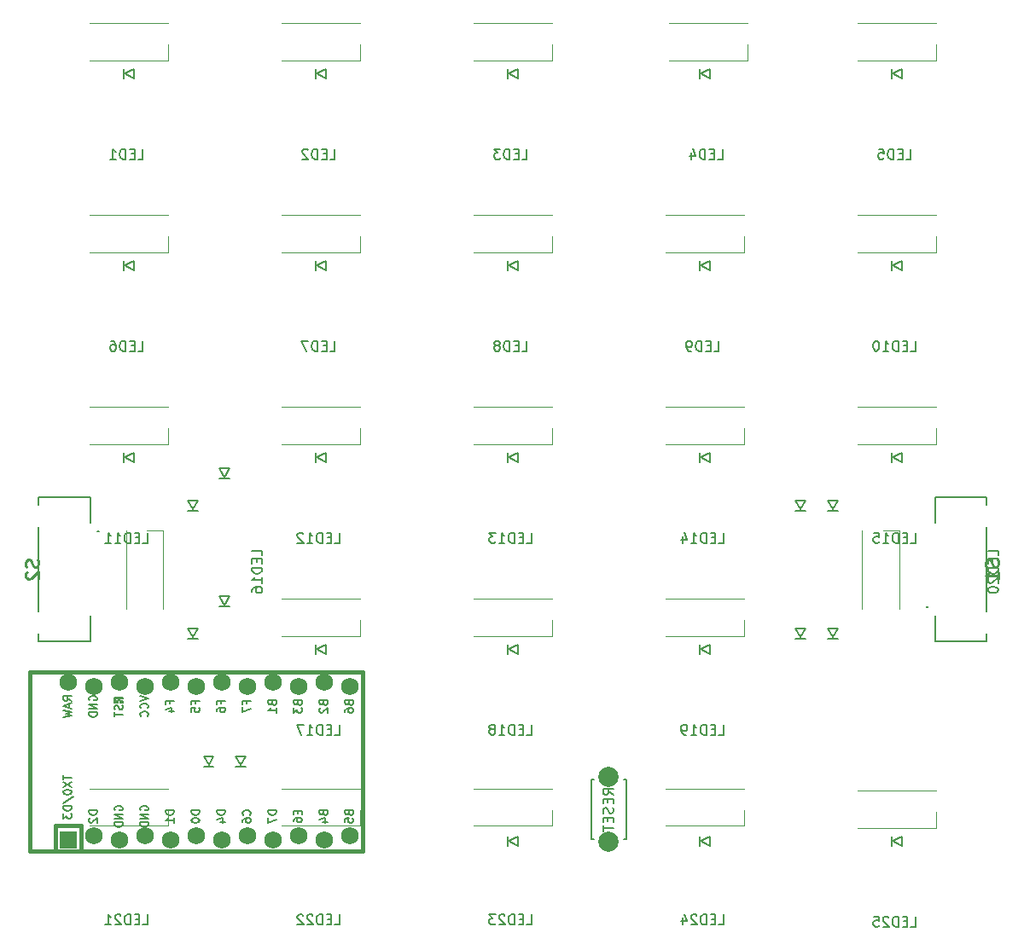
<source format=gbo>
G04 #@! TF.GenerationSoftware,KiCad,Pcbnew,(6.0.1)*
G04 #@! TF.CreationDate,2022-02-24T19:16:21+09:00*
G04 #@! TF.ProjectId,xipher_kbd_nohot,78697068-6572-45f6-9b62-645f6e6f686f,rev?*
G04 #@! TF.SameCoordinates,Original*
G04 #@! TF.FileFunction,Legend,Bot*
G04 #@! TF.FilePolarity,Positive*
%FSLAX46Y46*%
G04 Gerber Fmt 4.6, Leading zero omitted, Abs format (unit mm)*
G04 Created by KiCad (PCBNEW (6.0.1)) date 2022-02-24 19:16:21*
%MOMM*%
%LPD*%
G01*
G04 APERTURE LIST*
%ADD10C,0.150000*%
%ADD11C,0.254000*%
%ADD12C,0.381000*%
%ADD13C,0.120000*%
%ADD14C,0.200000*%
%ADD15R,1.752600X1.752600*%
%ADD16C,1.752600*%
%ADD17C,2.000000*%
G04 APERTURE END LIST*
D10*
G04 #@! TO.C,U1*
X46932857Y-113334833D02*
X46932857Y-113068166D01*
X47351904Y-113068166D02*
X46551904Y-113068166D01*
X46551904Y-113449119D01*
X46818571Y-114096738D02*
X47351904Y-114096738D01*
X46513809Y-113906261D02*
X47085238Y-113715785D01*
X47085238Y-114211023D01*
X38970000Y-112991976D02*
X38931904Y-112915785D01*
X38931904Y-112801500D01*
X38970000Y-112687214D01*
X39046190Y-112611023D01*
X39122380Y-112572928D01*
X39274761Y-112534833D01*
X39389047Y-112534833D01*
X39541428Y-112572928D01*
X39617619Y-112611023D01*
X39693809Y-112687214D01*
X39731904Y-112801500D01*
X39731904Y-112877690D01*
X39693809Y-112991976D01*
X39655714Y-113030071D01*
X39389047Y-113030071D01*
X39389047Y-112877690D01*
X39731904Y-113372928D02*
X38931904Y-113372928D01*
X39731904Y-113830071D01*
X38931904Y-113830071D01*
X39731904Y-114211023D02*
X38931904Y-114211023D01*
X38931904Y-114401500D01*
X38970000Y-114515785D01*
X39046190Y-114591976D01*
X39122380Y-114630071D01*
X39274761Y-114668166D01*
X39389047Y-114668166D01*
X39541428Y-114630071D01*
X39617619Y-114591976D01*
X39693809Y-114515785D01*
X39731904Y-114401500D01*
X39731904Y-114211023D01*
X44011904Y-112534833D02*
X44811904Y-112801500D01*
X44011904Y-113068166D01*
X44735714Y-113791976D02*
X44773809Y-113753880D01*
X44811904Y-113639595D01*
X44811904Y-113563404D01*
X44773809Y-113449119D01*
X44697619Y-113372928D01*
X44621428Y-113334833D01*
X44469047Y-113296738D01*
X44354761Y-113296738D01*
X44202380Y-113334833D01*
X44126190Y-113372928D01*
X44050000Y-113449119D01*
X44011904Y-113563404D01*
X44011904Y-113639595D01*
X44050000Y-113753880D01*
X44088095Y-113791976D01*
X44735714Y-114591976D02*
X44773809Y-114553880D01*
X44811904Y-114439595D01*
X44811904Y-114363404D01*
X44773809Y-114249119D01*
X44697619Y-114172928D01*
X44621428Y-114134833D01*
X44469047Y-114096738D01*
X44354761Y-114096738D01*
X44202380Y-114134833D01*
X44126190Y-114172928D01*
X44050000Y-114249119D01*
X44011904Y-114363404D01*
X44011904Y-114439595D01*
X44050000Y-114553880D01*
X44088095Y-114591976D01*
X37191904Y-113049119D02*
X36810952Y-112782452D01*
X37191904Y-112591976D02*
X36391904Y-112591976D01*
X36391904Y-112896738D01*
X36430000Y-112972928D01*
X36468095Y-113011023D01*
X36544285Y-113049119D01*
X36658571Y-113049119D01*
X36734761Y-113011023D01*
X36772857Y-112972928D01*
X36810952Y-112896738D01*
X36810952Y-112591976D01*
X36963333Y-113353880D02*
X36963333Y-113734833D01*
X37191904Y-113277690D02*
X36391904Y-113544357D01*
X37191904Y-113811023D01*
X36391904Y-114001500D02*
X37191904Y-114191976D01*
X36620476Y-114344357D01*
X37191904Y-114496738D01*
X36391904Y-114687214D01*
X52431904Y-123933023D02*
X51631904Y-123933023D01*
X51631904Y-124123500D01*
X51670000Y-124237785D01*
X51746190Y-124313976D01*
X51822380Y-124352071D01*
X51974761Y-124390166D01*
X52089047Y-124390166D01*
X52241428Y-124352071D01*
X52317619Y-124313976D01*
X52393809Y-124237785D01*
X52431904Y-124123500D01*
X52431904Y-123933023D01*
X51898571Y-125075880D02*
X52431904Y-125075880D01*
X51593809Y-124885404D02*
X52165238Y-124694928D01*
X52165238Y-125190166D01*
X64712857Y-124199690D02*
X64750952Y-124313976D01*
X64789047Y-124352071D01*
X64865238Y-124390166D01*
X64979523Y-124390166D01*
X65055714Y-124352071D01*
X65093809Y-124313976D01*
X65131904Y-124237785D01*
X65131904Y-123933023D01*
X64331904Y-123933023D01*
X64331904Y-124199690D01*
X64370000Y-124275880D01*
X64408095Y-124313976D01*
X64484285Y-124352071D01*
X64560476Y-124352071D01*
X64636666Y-124313976D01*
X64674761Y-124275880D01*
X64712857Y-124199690D01*
X64712857Y-123933023D01*
X64331904Y-125113976D02*
X64331904Y-124733023D01*
X64712857Y-124694928D01*
X64674761Y-124733023D01*
X64636666Y-124809214D01*
X64636666Y-124999690D01*
X64674761Y-125075880D01*
X64712857Y-125113976D01*
X64789047Y-125152071D01*
X64979523Y-125152071D01*
X65055714Y-125113976D01*
X65093809Y-125075880D01*
X65131904Y-124999690D01*
X65131904Y-124809214D01*
X65093809Y-124733023D01*
X65055714Y-124694928D01*
X39731904Y-123933023D02*
X38931904Y-123933023D01*
X38931904Y-124123500D01*
X38970000Y-124237785D01*
X39046190Y-124313976D01*
X39122380Y-124352071D01*
X39274761Y-124390166D01*
X39389047Y-124390166D01*
X39541428Y-124352071D01*
X39617619Y-124313976D01*
X39693809Y-124237785D01*
X39731904Y-124123500D01*
X39731904Y-123933023D01*
X39008095Y-124694928D02*
X38970000Y-124733023D01*
X38931904Y-124809214D01*
X38931904Y-124999690D01*
X38970000Y-125075880D01*
X39008095Y-125113976D01*
X39084285Y-125152071D01*
X39160476Y-125152071D01*
X39274761Y-125113976D01*
X39731904Y-124656833D01*
X39731904Y-125152071D01*
X49891904Y-123933023D02*
X49091904Y-123933023D01*
X49091904Y-124123500D01*
X49130000Y-124237785D01*
X49206190Y-124313976D01*
X49282380Y-124352071D01*
X49434761Y-124390166D01*
X49549047Y-124390166D01*
X49701428Y-124352071D01*
X49777619Y-124313976D01*
X49853809Y-124237785D01*
X49891904Y-124123500D01*
X49891904Y-123933023D01*
X49091904Y-124885404D02*
X49091904Y-124961595D01*
X49130000Y-125037785D01*
X49168095Y-125075880D01*
X49244285Y-125113976D01*
X49396666Y-125152071D01*
X49587142Y-125152071D01*
X49739523Y-125113976D01*
X49815714Y-125075880D01*
X49853809Y-125037785D01*
X49891904Y-124961595D01*
X49891904Y-124885404D01*
X49853809Y-124809214D01*
X49815714Y-124771119D01*
X49739523Y-124733023D01*
X49587142Y-124694928D01*
X49396666Y-124694928D01*
X49244285Y-124733023D01*
X49168095Y-124771119D01*
X49130000Y-124809214D01*
X49091904Y-124885404D01*
X42213809Y-113489166D02*
X42251904Y-113603452D01*
X42251904Y-113793928D01*
X42213809Y-113870119D01*
X42175714Y-113908214D01*
X42099523Y-113946309D01*
X42023333Y-113946309D01*
X41947142Y-113908214D01*
X41909047Y-113870119D01*
X41870952Y-113793928D01*
X41832857Y-113641547D01*
X41794761Y-113565357D01*
X41756666Y-113527261D01*
X41680476Y-113489166D01*
X41604285Y-113489166D01*
X41528095Y-113527261D01*
X41490000Y-113565357D01*
X41451904Y-113641547D01*
X41451904Y-113832023D01*
X41490000Y-113946309D01*
X41451904Y-114174880D02*
X41451904Y-114632023D01*
X42251904Y-114403452D02*
X41451904Y-114403452D01*
X54552857Y-113334833D02*
X54552857Y-113068166D01*
X54971904Y-113068166D02*
X54171904Y-113068166D01*
X54171904Y-113449119D01*
X54171904Y-113677690D02*
X54171904Y-114211023D01*
X54971904Y-113868166D01*
X49472857Y-113334833D02*
X49472857Y-113068166D01*
X49891904Y-113068166D02*
X49091904Y-113068166D01*
X49091904Y-113449119D01*
X49091904Y-114134833D02*
X49091904Y-113753880D01*
X49472857Y-113715785D01*
X49434761Y-113753880D01*
X49396666Y-113830071D01*
X49396666Y-114020547D01*
X49434761Y-114096738D01*
X49472857Y-114134833D01*
X49549047Y-114172928D01*
X49739523Y-114172928D01*
X49815714Y-114134833D01*
X49853809Y-114096738D01*
X49891904Y-114020547D01*
X49891904Y-113830071D01*
X49853809Y-113753880D01*
X49815714Y-113715785D01*
X62172857Y-113277690D02*
X62210952Y-113391976D01*
X62249047Y-113430071D01*
X62325238Y-113468166D01*
X62439523Y-113468166D01*
X62515714Y-113430071D01*
X62553809Y-113391976D01*
X62591904Y-113315785D01*
X62591904Y-113011023D01*
X61791904Y-113011023D01*
X61791904Y-113277690D01*
X61830000Y-113353880D01*
X61868095Y-113391976D01*
X61944285Y-113430071D01*
X62020476Y-113430071D01*
X62096666Y-113391976D01*
X62134761Y-113353880D01*
X62172857Y-113277690D01*
X62172857Y-113011023D01*
X61868095Y-113772928D02*
X61830000Y-113811023D01*
X61791904Y-113887214D01*
X61791904Y-114077690D01*
X61830000Y-114153880D01*
X61868095Y-114191976D01*
X61944285Y-114230071D01*
X62020476Y-114230071D01*
X62134761Y-114191976D01*
X62591904Y-113734833D01*
X62591904Y-114230071D01*
X57092857Y-113277690D02*
X57130952Y-113391976D01*
X57169047Y-113430071D01*
X57245238Y-113468166D01*
X57359523Y-113468166D01*
X57435714Y-113430071D01*
X57473809Y-113391976D01*
X57511904Y-113315785D01*
X57511904Y-113011023D01*
X56711904Y-113011023D01*
X56711904Y-113277690D01*
X56750000Y-113353880D01*
X56788095Y-113391976D01*
X56864285Y-113430071D01*
X56940476Y-113430071D01*
X57016666Y-113391976D01*
X57054761Y-113353880D01*
X57092857Y-113277690D01*
X57092857Y-113011023D01*
X57511904Y-114230071D02*
X57511904Y-113772928D01*
X57511904Y-114001500D02*
X56711904Y-114001500D01*
X56826190Y-113925309D01*
X56902380Y-113849119D01*
X56940476Y-113772928D01*
X36391904Y-120443895D02*
X36391904Y-120901038D01*
X37191904Y-120672467D02*
X36391904Y-120672467D01*
X36391904Y-121091514D02*
X37191904Y-121624848D01*
X36391904Y-121624848D02*
X37191904Y-121091514D01*
X36391904Y-122081991D02*
X36391904Y-122158181D01*
X36430000Y-122234372D01*
X36468095Y-122272467D01*
X36544285Y-122310562D01*
X36696666Y-122348657D01*
X36887142Y-122348657D01*
X37039523Y-122310562D01*
X37115714Y-122272467D01*
X37153809Y-122234372D01*
X37191904Y-122158181D01*
X37191904Y-122081991D01*
X37153809Y-122005800D01*
X37115714Y-121967705D01*
X37039523Y-121929610D01*
X36887142Y-121891514D01*
X36696666Y-121891514D01*
X36544285Y-121929610D01*
X36468095Y-121967705D01*
X36430000Y-122005800D01*
X36391904Y-122081991D01*
X36353809Y-123262943D02*
X37382380Y-122577229D01*
X37191904Y-123529610D02*
X36391904Y-123529610D01*
X36391904Y-123720086D01*
X36430000Y-123834372D01*
X36506190Y-123910562D01*
X36582380Y-123948657D01*
X36734761Y-123986752D01*
X36849047Y-123986752D01*
X37001428Y-123948657D01*
X37077619Y-123910562D01*
X37153809Y-123834372D01*
X37191904Y-123720086D01*
X37191904Y-123529610D01*
X36391904Y-124253419D02*
X36391904Y-124748657D01*
X36696666Y-124481991D01*
X36696666Y-124596276D01*
X36734761Y-124672467D01*
X36772857Y-124710562D01*
X36849047Y-124748657D01*
X37039523Y-124748657D01*
X37115714Y-124710562D01*
X37153809Y-124672467D01*
X37191904Y-124596276D01*
X37191904Y-124367705D01*
X37153809Y-124291514D01*
X37115714Y-124253419D01*
X59632857Y-123971119D02*
X59632857Y-124237785D01*
X60051904Y-124352071D02*
X60051904Y-123971119D01*
X59251904Y-123971119D01*
X59251904Y-124352071D01*
X59251904Y-125037785D02*
X59251904Y-124885404D01*
X59290000Y-124809214D01*
X59328095Y-124771119D01*
X59442380Y-124694928D01*
X59594761Y-124656833D01*
X59899523Y-124656833D01*
X59975714Y-124694928D01*
X60013809Y-124733023D01*
X60051904Y-124809214D01*
X60051904Y-124961595D01*
X60013809Y-125037785D01*
X59975714Y-125075880D01*
X59899523Y-125113976D01*
X59709047Y-125113976D01*
X59632857Y-125075880D01*
X59594761Y-125037785D01*
X59556666Y-124961595D01*
X59556666Y-124809214D01*
X59594761Y-124733023D01*
X59632857Y-124694928D01*
X59709047Y-124656833D01*
X52012857Y-113334833D02*
X52012857Y-113068166D01*
X52431904Y-113068166D02*
X51631904Y-113068166D01*
X51631904Y-113449119D01*
X51631904Y-114096738D02*
X51631904Y-113944357D01*
X51670000Y-113868166D01*
X51708095Y-113830071D01*
X51822380Y-113753880D01*
X51974761Y-113715785D01*
X52279523Y-113715785D01*
X52355714Y-113753880D01*
X52393809Y-113791976D01*
X52431904Y-113868166D01*
X52431904Y-114020547D01*
X52393809Y-114096738D01*
X52355714Y-114134833D01*
X52279523Y-114172928D01*
X52089047Y-114172928D01*
X52012857Y-114134833D01*
X51974761Y-114096738D01*
X51936666Y-114020547D01*
X51936666Y-113868166D01*
X51974761Y-113791976D01*
X52012857Y-113753880D01*
X52089047Y-113715785D01*
X47351904Y-123933023D02*
X46551904Y-123933023D01*
X46551904Y-124123500D01*
X46590000Y-124237785D01*
X46666190Y-124313976D01*
X46742380Y-124352071D01*
X46894761Y-124390166D01*
X47009047Y-124390166D01*
X47161428Y-124352071D01*
X47237619Y-124313976D01*
X47313809Y-124237785D01*
X47351904Y-124123500D01*
X47351904Y-123933023D01*
X47351904Y-125152071D02*
X47351904Y-124694928D01*
X47351904Y-124923500D02*
X46551904Y-124923500D01*
X46666190Y-124847309D01*
X46742380Y-124771119D01*
X46780476Y-124694928D01*
X59632857Y-113277690D02*
X59670952Y-113391976D01*
X59709047Y-113430071D01*
X59785238Y-113468166D01*
X59899523Y-113468166D01*
X59975714Y-113430071D01*
X60013809Y-113391976D01*
X60051904Y-113315785D01*
X60051904Y-113011023D01*
X59251904Y-113011023D01*
X59251904Y-113277690D01*
X59290000Y-113353880D01*
X59328095Y-113391976D01*
X59404285Y-113430071D01*
X59480476Y-113430071D01*
X59556666Y-113391976D01*
X59594761Y-113353880D01*
X59632857Y-113277690D01*
X59632857Y-113011023D01*
X59251904Y-113734833D02*
X59251904Y-114230071D01*
X59556666Y-113963404D01*
X59556666Y-114077690D01*
X59594761Y-114153880D01*
X59632857Y-114191976D01*
X59709047Y-114230071D01*
X59899523Y-114230071D01*
X59975714Y-114191976D01*
X60013809Y-114153880D01*
X60051904Y-114077690D01*
X60051904Y-113849119D01*
X60013809Y-113772928D01*
X59975714Y-113734833D01*
X41510000Y-123913976D02*
X41471904Y-123837785D01*
X41471904Y-123723500D01*
X41510000Y-123609214D01*
X41586190Y-123533023D01*
X41662380Y-123494928D01*
X41814761Y-123456833D01*
X41929047Y-123456833D01*
X42081428Y-123494928D01*
X42157619Y-123533023D01*
X42233809Y-123609214D01*
X42271904Y-123723500D01*
X42271904Y-123799690D01*
X42233809Y-123913976D01*
X42195714Y-123952071D01*
X41929047Y-123952071D01*
X41929047Y-123799690D01*
X42271904Y-124294928D02*
X41471904Y-124294928D01*
X42271904Y-124752071D01*
X41471904Y-124752071D01*
X42271904Y-125133023D02*
X41471904Y-125133023D01*
X41471904Y-125323500D01*
X41510000Y-125437785D01*
X41586190Y-125513976D01*
X41662380Y-125552071D01*
X41814761Y-125590166D01*
X41929047Y-125590166D01*
X42081428Y-125552071D01*
X42157619Y-125513976D01*
X42233809Y-125437785D01*
X42271904Y-125323500D01*
X42271904Y-125133023D01*
X54895714Y-124390166D02*
X54933809Y-124352071D01*
X54971904Y-124237785D01*
X54971904Y-124161595D01*
X54933809Y-124047309D01*
X54857619Y-123971119D01*
X54781428Y-123933023D01*
X54629047Y-123894928D01*
X54514761Y-123894928D01*
X54362380Y-123933023D01*
X54286190Y-123971119D01*
X54210000Y-124047309D01*
X54171904Y-124161595D01*
X54171904Y-124237785D01*
X54210000Y-124352071D01*
X54248095Y-124390166D01*
X54171904Y-125075880D02*
X54171904Y-124923500D01*
X54210000Y-124847309D01*
X54248095Y-124809214D01*
X54362380Y-124733023D01*
X54514761Y-124694928D01*
X54819523Y-124694928D01*
X54895714Y-124733023D01*
X54933809Y-124771119D01*
X54971904Y-124847309D01*
X54971904Y-124999690D01*
X54933809Y-125075880D01*
X54895714Y-125113976D01*
X54819523Y-125152071D01*
X54629047Y-125152071D01*
X54552857Y-125113976D01*
X54514761Y-125075880D01*
X54476666Y-124999690D01*
X54476666Y-124847309D01*
X54514761Y-124771119D01*
X54552857Y-124733023D01*
X54629047Y-124694928D01*
X64712857Y-113277690D02*
X64750952Y-113391976D01*
X64789047Y-113430071D01*
X64865238Y-113468166D01*
X64979523Y-113468166D01*
X65055714Y-113430071D01*
X65093809Y-113391976D01*
X65131904Y-113315785D01*
X65131904Y-113011023D01*
X64331904Y-113011023D01*
X64331904Y-113277690D01*
X64370000Y-113353880D01*
X64408095Y-113391976D01*
X64484285Y-113430071D01*
X64560476Y-113430071D01*
X64636666Y-113391976D01*
X64674761Y-113353880D01*
X64712857Y-113277690D01*
X64712857Y-113011023D01*
X64331904Y-114153880D02*
X64331904Y-114001500D01*
X64370000Y-113925309D01*
X64408095Y-113887214D01*
X64522380Y-113811023D01*
X64674761Y-113772928D01*
X64979523Y-113772928D01*
X65055714Y-113811023D01*
X65093809Y-113849119D01*
X65131904Y-113925309D01*
X65131904Y-114077690D01*
X65093809Y-114153880D01*
X65055714Y-114191976D01*
X64979523Y-114230071D01*
X64789047Y-114230071D01*
X64712857Y-114191976D01*
X64674761Y-114153880D01*
X64636666Y-114077690D01*
X64636666Y-113925309D01*
X64674761Y-113849119D01*
X64712857Y-113811023D01*
X64789047Y-113772928D01*
X44050000Y-123913976D02*
X44011904Y-123837785D01*
X44011904Y-123723500D01*
X44050000Y-123609214D01*
X44126190Y-123533023D01*
X44202380Y-123494928D01*
X44354761Y-123456833D01*
X44469047Y-123456833D01*
X44621428Y-123494928D01*
X44697619Y-123533023D01*
X44773809Y-123609214D01*
X44811904Y-123723500D01*
X44811904Y-123799690D01*
X44773809Y-123913976D01*
X44735714Y-123952071D01*
X44469047Y-123952071D01*
X44469047Y-123799690D01*
X44811904Y-124294928D02*
X44011904Y-124294928D01*
X44811904Y-124752071D01*
X44011904Y-124752071D01*
X44811904Y-125133023D02*
X44011904Y-125133023D01*
X44011904Y-125323500D01*
X44050000Y-125437785D01*
X44126190Y-125513976D01*
X44202380Y-125552071D01*
X44354761Y-125590166D01*
X44469047Y-125590166D01*
X44621428Y-125552071D01*
X44697619Y-125513976D01*
X44773809Y-125437785D01*
X44811904Y-125323500D01*
X44811904Y-125133023D01*
X57511904Y-123933023D02*
X56711904Y-123933023D01*
X56711904Y-124123500D01*
X56750000Y-124237785D01*
X56826190Y-124313976D01*
X56902380Y-124352071D01*
X57054761Y-124390166D01*
X57169047Y-124390166D01*
X57321428Y-124352071D01*
X57397619Y-124313976D01*
X57473809Y-124237785D01*
X57511904Y-124123500D01*
X57511904Y-123933023D01*
X56711904Y-124656833D02*
X56711904Y-125190166D01*
X57511904Y-124847309D01*
X62172857Y-124199690D02*
X62210952Y-124313976D01*
X62249047Y-124352071D01*
X62325238Y-124390166D01*
X62439523Y-124390166D01*
X62515714Y-124352071D01*
X62553809Y-124313976D01*
X62591904Y-124237785D01*
X62591904Y-123933023D01*
X61791904Y-123933023D01*
X61791904Y-124199690D01*
X61830000Y-124275880D01*
X61868095Y-124313976D01*
X61944285Y-124352071D01*
X62020476Y-124352071D01*
X62096666Y-124313976D01*
X62134761Y-124275880D01*
X62172857Y-124199690D01*
X62172857Y-123933023D01*
X62058571Y-125075880D02*
X62591904Y-125075880D01*
X61753809Y-124885404D02*
X62325238Y-124694928D01*
X62325238Y-125190166D01*
G04 #@! TO.C,LED1*
X43781547Y-59277380D02*
X44257738Y-59277380D01*
X44257738Y-58277380D01*
X43448214Y-58753571D02*
X43114880Y-58753571D01*
X42972023Y-59277380D02*
X43448214Y-59277380D01*
X43448214Y-58277380D01*
X42972023Y-58277380D01*
X42543452Y-59277380D02*
X42543452Y-58277380D01*
X42305357Y-58277380D01*
X42162500Y-58325000D01*
X42067261Y-58420238D01*
X42019642Y-58515476D01*
X41972023Y-58705952D01*
X41972023Y-58848809D01*
X42019642Y-59039285D01*
X42067261Y-59134523D01*
X42162500Y-59229761D01*
X42305357Y-59277380D01*
X42543452Y-59277380D01*
X41019642Y-59277380D02*
X41591071Y-59277380D01*
X41305357Y-59277380D02*
X41305357Y-58277380D01*
X41400595Y-58420238D01*
X41495833Y-58515476D01*
X41591071Y-58563095D01*
G04 #@! TO.C,SW1*
X90939880Y-122372619D02*
X90463690Y-122039285D01*
X90939880Y-121801190D02*
X89939880Y-121801190D01*
X89939880Y-122182142D01*
X89987500Y-122277380D01*
X90035119Y-122325000D01*
X90130357Y-122372619D01*
X90273214Y-122372619D01*
X90368452Y-122325000D01*
X90416071Y-122277380D01*
X90463690Y-122182142D01*
X90463690Y-121801190D01*
X90416071Y-122801190D02*
X90416071Y-123134523D01*
X90939880Y-123277380D02*
X90939880Y-122801190D01*
X89939880Y-122801190D01*
X89939880Y-123277380D01*
X90892261Y-123658333D02*
X90939880Y-123801190D01*
X90939880Y-124039285D01*
X90892261Y-124134523D01*
X90844642Y-124182142D01*
X90749404Y-124229761D01*
X90654166Y-124229761D01*
X90558928Y-124182142D01*
X90511309Y-124134523D01*
X90463690Y-124039285D01*
X90416071Y-123848809D01*
X90368452Y-123753571D01*
X90320833Y-123705952D01*
X90225595Y-123658333D01*
X90130357Y-123658333D01*
X90035119Y-123705952D01*
X89987500Y-123753571D01*
X89939880Y-123848809D01*
X89939880Y-124086904D01*
X89987500Y-124229761D01*
X90416071Y-124658333D02*
X90416071Y-124991666D01*
X90939880Y-125134523D02*
X90939880Y-124658333D01*
X89939880Y-124658333D01*
X89939880Y-125134523D01*
X89939880Y-125420238D02*
X89939880Y-125991666D01*
X90939880Y-125705952D02*
X89939880Y-125705952D01*
G04 #@! TO.C,LED23*
X82357738Y-135277380D02*
X82833928Y-135277380D01*
X82833928Y-134277380D01*
X82024404Y-134753571D02*
X81691071Y-134753571D01*
X81548214Y-135277380D02*
X82024404Y-135277380D01*
X82024404Y-134277380D01*
X81548214Y-134277380D01*
X81119642Y-135277380D02*
X81119642Y-134277380D01*
X80881547Y-134277380D01*
X80738690Y-134325000D01*
X80643452Y-134420238D01*
X80595833Y-134515476D01*
X80548214Y-134705952D01*
X80548214Y-134848809D01*
X80595833Y-135039285D01*
X80643452Y-135134523D01*
X80738690Y-135229761D01*
X80881547Y-135277380D01*
X81119642Y-135277380D01*
X80167261Y-134372619D02*
X80119642Y-134325000D01*
X80024404Y-134277380D01*
X79786309Y-134277380D01*
X79691071Y-134325000D01*
X79643452Y-134372619D01*
X79595833Y-134467857D01*
X79595833Y-134563095D01*
X79643452Y-134705952D01*
X80214880Y-135277380D01*
X79595833Y-135277380D01*
X79262500Y-134277380D02*
X78643452Y-134277380D01*
X78976785Y-134658333D01*
X78833928Y-134658333D01*
X78738690Y-134705952D01*
X78691071Y-134753571D01*
X78643452Y-134848809D01*
X78643452Y-135086904D01*
X78691071Y-135182142D01*
X78738690Y-135229761D01*
X78833928Y-135277380D01*
X79119642Y-135277380D01*
X79214880Y-135229761D01*
X79262500Y-135182142D01*
G04 #@! TO.C,LED3*
X81881547Y-59277380D02*
X82357738Y-59277380D01*
X82357738Y-58277380D01*
X81548214Y-58753571D02*
X81214880Y-58753571D01*
X81072023Y-59277380D02*
X81548214Y-59277380D01*
X81548214Y-58277380D01*
X81072023Y-58277380D01*
X80643452Y-59277380D02*
X80643452Y-58277380D01*
X80405357Y-58277380D01*
X80262500Y-58325000D01*
X80167261Y-58420238D01*
X80119642Y-58515476D01*
X80072023Y-58705952D01*
X80072023Y-58848809D01*
X80119642Y-59039285D01*
X80167261Y-59134523D01*
X80262500Y-59229761D01*
X80405357Y-59277380D01*
X80643452Y-59277380D01*
X79738690Y-58277380D02*
X79119642Y-58277380D01*
X79452976Y-58658333D01*
X79310119Y-58658333D01*
X79214880Y-58705952D01*
X79167261Y-58753571D01*
X79119642Y-58848809D01*
X79119642Y-59086904D01*
X79167261Y-59182142D01*
X79214880Y-59229761D01*
X79310119Y-59277380D01*
X79595833Y-59277380D01*
X79691071Y-59229761D01*
X79738690Y-59182142D01*
G04 #@! TO.C,LED12*
X63307738Y-97377380D02*
X63783928Y-97377380D01*
X63783928Y-96377380D01*
X62974404Y-96853571D02*
X62641071Y-96853571D01*
X62498214Y-97377380D02*
X62974404Y-97377380D01*
X62974404Y-96377380D01*
X62498214Y-96377380D01*
X62069642Y-97377380D02*
X62069642Y-96377380D01*
X61831547Y-96377380D01*
X61688690Y-96425000D01*
X61593452Y-96520238D01*
X61545833Y-96615476D01*
X61498214Y-96805952D01*
X61498214Y-96948809D01*
X61545833Y-97139285D01*
X61593452Y-97234523D01*
X61688690Y-97329761D01*
X61831547Y-97377380D01*
X62069642Y-97377380D01*
X60545833Y-97377380D02*
X61117261Y-97377380D01*
X60831547Y-97377380D02*
X60831547Y-96377380D01*
X60926785Y-96520238D01*
X61022023Y-96615476D01*
X61117261Y-96663095D01*
X60164880Y-96472619D02*
X60117261Y-96425000D01*
X60022023Y-96377380D01*
X59783928Y-96377380D01*
X59688690Y-96425000D01*
X59641071Y-96472619D01*
X59593452Y-96567857D01*
X59593452Y-96663095D01*
X59641071Y-96805952D01*
X60212500Y-97377380D01*
X59593452Y-97377380D01*
G04 #@! TO.C,LED11*
X44257738Y-97377380D02*
X44733928Y-97377380D01*
X44733928Y-96377380D01*
X43924404Y-96853571D02*
X43591071Y-96853571D01*
X43448214Y-97377380D02*
X43924404Y-97377380D01*
X43924404Y-96377380D01*
X43448214Y-96377380D01*
X43019642Y-97377380D02*
X43019642Y-96377380D01*
X42781547Y-96377380D01*
X42638690Y-96425000D01*
X42543452Y-96520238D01*
X42495833Y-96615476D01*
X42448214Y-96805952D01*
X42448214Y-96948809D01*
X42495833Y-97139285D01*
X42543452Y-97234523D01*
X42638690Y-97329761D01*
X42781547Y-97377380D01*
X43019642Y-97377380D01*
X41495833Y-97377380D02*
X42067261Y-97377380D01*
X41781547Y-97377380D02*
X41781547Y-96377380D01*
X41876785Y-96520238D01*
X41972023Y-96615476D01*
X42067261Y-96663095D01*
X40543452Y-97377380D02*
X41114880Y-97377380D01*
X40829166Y-97377380D02*
X40829166Y-96377380D01*
X40924404Y-96520238D01*
X41019642Y-96615476D01*
X41114880Y-96663095D01*
D11*
G04 #@! TO.C,S1*
X129101547Y-99044880D02*
X129162023Y-99226309D01*
X129162023Y-99528690D01*
X129101547Y-99649642D01*
X129041071Y-99710119D01*
X128920119Y-99770595D01*
X128799166Y-99770595D01*
X128678214Y-99710119D01*
X128617738Y-99649642D01*
X128557261Y-99528690D01*
X128496785Y-99286785D01*
X128436309Y-99165833D01*
X128375833Y-99105357D01*
X128254880Y-99044880D01*
X128133928Y-99044880D01*
X128012976Y-99105357D01*
X127952500Y-99165833D01*
X127892023Y-99286785D01*
X127892023Y-99589166D01*
X127952500Y-99770595D01*
X129162023Y-100980119D02*
X129162023Y-100254404D01*
X129162023Y-100617261D02*
X127892023Y-100617261D01*
X128073452Y-100496309D01*
X128194404Y-100375357D01*
X128254880Y-100254404D01*
D10*
G04 #@! TO.C,LED17*
X63307738Y-116427380D02*
X63783928Y-116427380D01*
X63783928Y-115427380D01*
X62974404Y-115903571D02*
X62641071Y-115903571D01*
X62498214Y-116427380D02*
X62974404Y-116427380D01*
X62974404Y-115427380D01*
X62498214Y-115427380D01*
X62069642Y-116427380D02*
X62069642Y-115427380D01*
X61831547Y-115427380D01*
X61688690Y-115475000D01*
X61593452Y-115570238D01*
X61545833Y-115665476D01*
X61498214Y-115855952D01*
X61498214Y-115998809D01*
X61545833Y-116189285D01*
X61593452Y-116284523D01*
X61688690Y-116379761D01*
X61831547Y-116427380D01*
X62069642Y-116427380D01*
X60545833Y-116427380D02*
X61117261Y-116427380D01*
X60831547Y-116427380D02*
X60831547Y-115427380D01*
X60926785Y-115570238D01*
X61022023Y-115665476D01*
X61117261Y-115713095D01*
X60212500Y-115427380D02*
X59545833Y-115427380D01*
X59974404Y-116427380D01*
G04 #@! TO.C,LED22*
X63307738Y-135277380D02*
X63783928Y-135277380D01*
X63783928Y-134277380D01*
X62974404Y-134753571D02*
X62641071Y-134753571D01*
X62498214Y-135277380D02*
X62974404Y-135277380D01*
X62974404Y-134277380D01*
X62498214Y-134277380D01*
X62069642Y-135277380D02*
X62069642Y-134277380D01*
X61831547Y-134277380D01*
X61688690Y-134325000D01*
X61593452Y-134420238D01*
X61545833Y-134515476D01*
X61498214Y-134705952D01*
X61498214Y-134848809D01*
X61545833Y-135039285D01*
X61593452Y-135134523D01*
X61688690Y-135229761D01*
X61831547Y-135277380D01*
X62069642Y-135277380D01*
X61117261Y-134372619D02*
X61069642Y-134325000D01*
X60974404Y-134277380D01*
X60736309Y-134277380D01*
X60641071Y-134325000D01*
X60593452Y-134372619D01*
X60545833Y-134467857D01*
X60545833Y-134563095D01*
X60593452Y-134705952D01*
X61164880Y-135277380D01*
X60545833Y-135277380D01*
X60164880Y-134372619D02*
X60117261Y-134325000D01*
X60022023Y-134277380D01*
X59783928Y-134277380D01*
X59688690Y-134325000D01*
X59641071Y-134372619D01*
X59593452Y-134467857D01*
X59593452Y-134563095D01*
X59641071Y-134705952D01*
X60212500Y-135277380D01*
X59593452Y-135277380D01*
G04 #@! TO.C,LED8*
X81881547Y-78327380D02*
X82357738Y-78327380D01*
X82357738Y-77327380D01*
X81548214Y-77803571D02*
X81214880Y-77803571D01*
X81072023Y-78327380D02*
X81548214Y-78327380D01*
X81548214Y-77327380D01*
X81072023Y-77327380D01*
X80643452Y-78327380D02*
X80643452Y-77327380D01*
X80405357Y-77327380D01*
X80262500Y-77375000D01*
X80167261Y-77470238D01*
X80119642Y-77565476D01*
X80072023Y-77755952D01*
X80072023Y-77898809D01*
X80119642Y-78089285D01*
X80167261Y-78184523D01*
X80262500Y-78279761D01*
X80405357Y-78327380D01*
X80643452Y-78327380D01*
X79500595Y-77755952D02*
X79595833Y-77708333D01*
X79643452Y-77660714D01*
X79691071Y-77565476D01*
X79691071Y-77517857D01*
X79643452Y-77422619D01*
X79595833Y-77375000D01*
X79500595Y-77327380D01*
X79310119Y-77327380D01*
X79214880Y-77375000D01*
X79167261Y-77422619D01*
X79119642Y-77517857D01*
X79119642Y-77565476D01*
X79167261Y-77660714D01*
X79214880Y-77708333D01*
X79310119Y-77755952D01*
X79500595Y-77755952D01*
X79595833Y-77803571D01*
X79643452Y-77851190D01*
X79691071Y-77946428D01*
X79691071Y-78136904D01*
X79643452Y-78232142D01*
X79595833Y-78279761D01*
X79500595Y-78327380D01*
X79310119Y-78327380D01*
X79214880Y-78279761D01*
X79167261Y-78232142D01*
X79119642Y-78136904D01*
X79119642Y-77946428D01*
X79167261Y-77851190D01*
X79214880Y-77803571D01*
X79310119Y-77755952D01*
D11*
G04 #@! TO.C,S2*
X33851547Y-99044880D02*
X33912023Y-99226309D01*
X33912023Y-99528690D01*
X33851547Y-99649642D01*
X33791071Y-99710119D01*
X33670119Y-99770595D01*
X33549166Y-99770595D01*
X33428214Y-99710119D01*
X33367738Y-99649642D01*
X33307261Y-99528690D01*
X33246785Y-99286785D01*
X33186309Y-99165833D01*
X33125833Y-99105357D01*
X33004880Y-99044880D01*
X32883928Y-99044880D01*
X32762976Y-99105357D01*
X32702500Y-99165833D01*
X32642023Y-99286785D01*
X32642023Y-99589166D01*
X32702500Y-99770595D01*
X32762976Y-100254404D02*
X32702500Y-100314880D01*
X32642023Y-100435833D01*
X32642023Y-100738214D01*
X32702500Y-100859166D01*
X32762976Y-100919642D01*
X32883928Y-100980119D01*
X33004880Y-100980119D01*
X33186309Y-100919642D01*
X33912023Y-100193928D01*
X33912023Y-100980119D01*
D10*
G04 #@! TO.C,LED14*
X101407738Y-97377380D02*
X101883928Y-97377380D01*
X101883928Y-96377380D01*
X101074404Y-96853571D02*
X100741071Y-96853571D01*
X100598214Y-97377380D02*
X101074404Y-97377380D01*
X101074404Y-96377380D01*
X100598214Y-96377380D01*
X100169642Y-97377380D02*
X100169642Y-96377380D01*
X99931547Y-96377380D01*
X99788690Y-96425000D01*
X99693452Y-96520238D01*
X99645833Y-96615476D01*
X99598214Y-96805952D01*
X99598214Y-96948809D01*
X99645833Y-97139285D01*
X99693452Y-97234523D01*
X99788690Y-97329761D01*
X99931547Y-97377380D01*
X100169642Y-97377380D01*
X98645833Y-97377380D02*
X99217261Y-97377380D01*
X98931547Y-97377380D02*
X98931547Y-96377380D01*
X99026785Y-96520238D01*
X99122023Y-96615476D01*
X99217261Y-96663095D01*
X97788690Y-96710714D02*
X97788690Y-97377380D01*
X98026785Y-96329761D02*
X98264880Y-97044047D01*
X97645833Y-97044047D01*
G04 #@! TO.C,LED15*
X120457738Y-97377380D02*
X120933928Y-97377380D01*
X120933928Y-96377380D01*
X120124404Y-96853571D02*
X119791071Y-96853571D01*
X119648214Y-97377380D02*
X120124404Y-97377380D01*
X120124404Y-96377380D01*
X119648214Y-96377380D01*
X119219642Y-97377380D02*
X119219642Y-96377380D01*
X118981547Y-96377380D01*
X118838690Y-96425000D01*
X118743452Y-96520238D01*
X118695833Y-96615476D01*
X118648214Y-96805952D01*
X118648214Y-96948809D01*
X118695833Y-97139285D01*
X118743452Y-97234523D01*
X118838690Y-97329761D01*
X118981547Y-97377380D01*
X119219642Y-97377380D01*
X117695833Y-97377380D02*
X118267261Y-97377380D01*
X117981547Y-97377380D02*
X117981547Y-96377380D01*
X118076785Y-96520238D01*
X118172023Y-96615476D01*
X118267261Y-96663095D01*
X116791071Y-96377380D02*
X117267261Y-96377380D01*
X117314880Y-96853571D01*
X117267261Y-96805952D01*
X117172023Y-96758333D01*
X116933928Y-96758333D01*
X116838690Y-96805952D01*
X116791071Y-96853571D01*
X116743452Y-96948809D01*
X116743452Y-97186904D01*
X116791071Y-97282142D01*
X116838690Y-97329761D01*
X116933928Y-97377380D01*
X117172023Y-97377380D01*
X117267261Y-97329761D01*
X117314880Y-97282142D01*
G04 #@! TO.C,LED16*
X56102380Y-98617261D02*
X56102380Y-98141071D01*
X55102380Y-98141071D01*
X55578571Y-98950595D02*
X55578571Y-99283928D01*
X56102380Y-99426785D02*
X56102380Y-98950595D01*
X55102380Y-98950595D01*
X55102380Y-99426785D01*
X56102380Y-99855357D02*
X55102380Y-99855357D01*
X55102380Y-100093452D01*
X55150000Y-100236309D01*
X55245238Y-100331547D01*
X55340476Y-100379166D01*
X55530952Y-100426785D01*
X55673809Y-100426785D01*
X55864285Y-100379166D01*
X55959523Y-100331547D01*
X56054761Y-100236309D01*
X56102380Y-100093452D01*
X56102380Y-99855357D01*
X56102380Y-101379166D02*
X56102380Y-100807738D01*
X56102380Y-101093452D02*
X55102380Y-101093452D01*
X55245238Y-100998214D01*
X55340476Y-100902976D01*
X55388095Y-100807738D01*
X55102380Y-102236309D02*
X55102380Y-102045833D01*
X55150000Y-101950595D01*
X55197619Y-101902976D01*
X55340476Y-101807738D01*
X55530952Y-101760119D01*
X55911904Y-101760119D01*
X56007142Y-101807738D01*
X56054761Y-101855357D01*
X56102380Y-101950595D01*
X56102380Y-102141071D01*
X56054761Y-102236309D01*
X56007142Y-102283928D01*
X55911904Y-102331547D01*
X55673809Y-102331547D01*
X55578571Y-102283928D01*
X55530952Y-102236309D01*
X55483333Y-102141071D01*
X55483333Y-101950595D01*
X55530952Y-101855357D01*
X55578571Y-101807738D01*
X55673809Y-101760119D01*
G04 #@! TO.C,LED25*
X120457738Y-135477380D02*
X120933928Y-135477380D01*
X120933928Y-134477380D01*
X120124404Y-134953571D02*
X119791071Y-134953571D01*
X119648214Y-135477380D02*
X120124404Y-135477380D01*
X120124404Y-134477380D01*
X119648214Y-134477380D01*
X119219642Y-135477380D02*
X119219642Y-134477380D01*
X118981547Y-134477380D01*
X118838690Y-134525000D01*
X118743452Y-134620238D01*
X118695833Y-134715476D01*
X118648214Y-134905952D01*
X118648214Y-135048809D01*
X118695833Y-135239285D01*
X118743452Y-135334523D01*
X118838690Y-135429761D01*
X118981547Y-135477380D01*
X119219642Y-135477380D01*
X118267261Y-134572619D02*
X118219642Y-134525000D01*
X118124404Y-134477380D01*
X117886309Y-134477380D01*
X117791071Y-134525000D01*
X117743452Y-134572619D01*
X117695833Y-134667857D01*
X117695833Y-134763095D01*
X117743452Y-134905952D01*
X118314880Y-135477380D01*
X117695833Y-135477380D01*
X116791071Y-134477380D02*
X117267261Y-134477380D01*
X117314880Y-134953571D01*
X117267261Y-134905952D01*
X117172023Y-134858333D01*
X116933928Y-134858333D01*
X116838690Y-134905952D01*
X116791071Y-134953571D01*
X116743452Y-135048809D01*
X116743452Y-135286904D01*
X116791071Y-135382142D01*
X116838690Y-135429761D01*
X116933928Y-135477380D01*
X117172023Y-135477380D01*
X117267261Y-135429761D01*
X117314880Y-135382142D01*
G04 #@! TO.C,LED19*
X101407738Y-116427380D02*
X101883928Y-116427380D01*
X101883928Y-115427380D01*
X101074404Y-115903571D02*
X100741071Y-115903571D01*
X100598214Y-116427380D02*
X101074404Y-116427380D01*
X101074404Y-115427380D01*
X100598214Y-115427380D01*
X100169642Y-116427380D02*
X100169642Y-115427380D01*
X99931547Y-115427380D01*
X99788690Y-115475000D01*
X99693452Y-115570238D01*
X99645833Y-115665476D01*
X99598214Y-115855952D01*
X99598214Y-115998809D01*
X99645833Y-116189285D01*
X99693452Y-116284523D01*
X99788690Y-116379761D01*
X99931547Y-116427380D01*
X100169642Y-116427380D01*
X98645833Y-116427380D02*
X99217261Y-116427380D01*
X98931547Y-116427380D02*
X98931547Y-115427380D01*
X99026785Y-115570238D01*
X99122023Y-115665476D01*
X99217261Y-115713095D01*
X98169642Y-116427380D02*
X97979166Y-116427380D01*
X97883928Y-116379761D01*
X97836309Y-116332142D01*
X97741071Y-116189285D01*
X97693452Y-115998809D01*
X97693452Y-115617857D01*
X97741071Y-115522619D01*
X97788690Y-115475000D01*
X97883928Y-115427380D01*
X98074404Y-115427380D01*
X98169642Y-115475000D01*
X98217261Y-115522619D01*
X98264880Y-115617857D01*
X98264880Y-115855952D01*
X98217261Y-115951190D01*
X98169642Y-115998809D01*
X98074404Y-116046428D01*
X97883928Y-116046428D01*
X97788690Y-115998809D01*
X97741071Y-115951190D01*
X97693452Y-115855952D01*
G04 #@! TO.C,LED5*
X119981547Y-59277380D02*
X120457738Y-59277380D01*
X120457738Y-58277380D01*
X119648214Y-58753571D02*
X119314880Y-58753571D01*
X119172023Y-59277380D02*
X119648214Y-59277380D01*
X119648214Y-58277380D01*
X119172023Y-58277380D01*
X118743452Y-59277380D02*
X118743452Y-58277380D01*
X118505357Y-58277380D01*
X118362500Y-58325000D01*
X118267261Y-58420238D01*
X118219642Y-58515476D01*
X118172023Y-58705952D01*
X118172023Y-58848809D01*
X118219642Y-59039285D01*
X118267261Y-59134523D01*
X118362500Y-59229761D01*
X118505357Y-59277380D01*
X118743452Y-59277380D01*
X117267261Y-58277380D02*
X117743452Y-58277380D01*
X117791071Y-58753571D01*
X117743452Y-58705952D01*
X117648214Y-58658333D01*
X117410119Y-58658333D01*
X117314880Y-58705952D01*
X117267261Y-58753571D01*
X117219642Y-58848809D01*
X117219642Y-59086904D01*
X117267261Y-59182142D01*
X117314880Y-59229761D01*
X117410119Y-59277380D01*
X117648214Y-59277380D01*
X117743452Y-59229761D01*
X117791071Y-59182142D01*
G04 #@! TO.C,LED4*
X101300347Y-59277380D02*
X101776538Y-59277380D01*
X101776538Y-58277380D01*
X100967014Y-58753571D02*
X100633680Y-58753571D01*
X100490823Y-59277380D02*
X100967014Y-59277380D01*
X100967014Y-58277380D01*
X100490823Y-58277380D01*
X100062252Y-59277380D02*
X100062252Y-58277380D01*
X99824157Y-58277380D01*
X99681300Y-58325000D01*
X99586061Y-58420238D01*
X99538442Y-58515476D01*
X99490823Y-58705952D01*
X99490823Y-58848809D01*
X99538442Y-59039285D01*
X99586061Y-59134523D01*
X99681300Y-59229761D01*
X99824157Y-59277380D01*
X100062252Y-59277380D01*
X98633680Y-58610714D02*
X98633680Y-59277380D01*
X98871776Y-58229761D02*
X99109871Y-58944047D01*
X98490823Y-58944047D01*
G04 #@! TO.C,LED2*
X62831547Y-59277380D02*
X63307738Y-59277380D01*
X63307738Y-58277380D01*
X62498214Y-58753571D02*
X62164880Y-58753571D01*
X62022023Y-59277380D02*
X62498214Y-59277380D01*
X62498214Y-58277380D01*
X62022023Y-58277380D01*
X61593452Y-59277380D02*
X61593452Y-58277380D01*
X61355357Y-58277380D01*
X61212500Y-58325000D01*
X61117261Y-58420238D01*
X61069642Y-58515476D01*
X61022023Y-58705952D01*
X61022023Y-58848809D01*
X61069642Y-59039285D01*
X61117261Y-59134523D01*
X61212500Y-59229761D01*
X61355357Y-59277380D01*
X61593452Y-59277380D01*
X60641071Y-58372619D02*
X60593452Y-58325000D01*
X60498214Y-58277380D01*
X60260119Y-58277380D01*
X60164880Y-58325000D01*
X60117261Y-58372619D01*
X60069642Y-58467857D01*
X60069642Y-58563095D01*
X60117261Y-58705952D01*
X60688690Y-59277380D01*
X60069642Y-59277380D01*
G04 #@! TO.C,LED7*
X62831547Y-78327380D02*
X63307738Y-78327380D01*
X63307738Y-77327380D01*
X62498214Y-77803571D02*
X62164880Y-77803571D01*
X62022023Y-78327380D02*
X62498214Y-78327380D01*
X62498214Y-77327380D01*
X62022023Y-77327380D01*
X61593452Y-78327380D02*
X61593452Y-77327380D01*
X61355357Y-77327380D01*
X61212500Y-77375000D01*
X61117261Y-77470238D01*
X61069642Y-77565476D01*
X61022023Y-77755952D01*
X61022023Y-77898809D01*
X61069642Y-78089285D01*
X61117261Y-78184523D01*
X61212500Y-78279761D01*
X61355357Y-78327380D01*
X61593452Y-78327380D01*
X60688690Y-77327380D02*
X60022023Y-77327380D01*
X60450595Y-78327380D01*
G04 #@! TO.C,LED20*
X129127380Y-98617261D02*
X129127380Y-98141071D01*
X128127380Y-98141071D01*
X128603571Y-98950595D02*
X128603571Y-99283928D01*
X129127380Y-99426785D02*
X129127380Y-98950595D01*
X128127380Y-98950595D01*
X128127380Y-99426785D01*
X129127380Y-99855357D02*
X128127380Y-99855357D01*
X128127380Y-100093452D01*
X128175000Y-100236309D01*
X128270238Y-100331547D01*
X128365476Y-100379166D01*
X128555952Y-100426785D01*
X128698809Y-100426785D01*
X128889285Y-100379166D01*
X128984523Y-100331547D01*
X129079761Y-100236309D01*
X129127380Y-100093452D01*
X129127380Y-99855357D01*
X128222619Y-100807738D02*
X128175000Y-100855357D01*
X128127380Y-100950595D01*
X128127380Y-101188690D01*
X128175000Y-101283928D01*
X128222619Y-101331547D01*
X128317857Y-101379166D01*
X128413095Y-101379166D01*
X128555952Y-101331547D01*
X129127380Y-100760119D01*
X129127380Y-101379166D01*
X128127380Y-101998214D02*
X128127380Y-102093452D01*
X128175000Y-102188690D01*
X128222619Y-102236309D01*
X128317857Y-102283928D01*
X128508333Y-102331547D01*
X128746428Y-102331547D01*
X128936904Y-102283928D01*
X129032142Y-102236309D01*
X129079761Y-102188690D01*
X129127380Y-102093452D01*
X129127380Y-101998214D01*
X129079761Y-101902976D01*
X129032142Y-101855357D01*
X128936904Y-101807738D01*
X128746428Y-101760119D01*
X128508333Y-101760119D01*
X128317857Y-101807738D01*
X128222619Y-101855357D01*
X128175000Y-101902976D01*
X128127380Y-101998214D01*
G04 #@! TO.C,LED10*
X120457738Y-78327380D02*
X120933928Y-78327380D01*
X120933928Y-77327380D01*
X120124404Y-77803571D02*
X119791071Y-77803571D01*
X119648214Y-78327380D02*
X120124404Y-78327380D01*
X120124404Y-77327380D01*
X119648214Y-77327380D01*
X119219642Y-78327380D02*
X119219642Y-77327380D01*
X118981547Y-77327380D01*
X118838690Y-77375000D01*
X118743452Y-77470238D01*
X118695833Y-77565476D01*
X118648214Y-77755952D01*
X118648214Y-77898809D01*
X118695833Y-78089285D01*
X118743452Y-78184523D01*
X118838690Y-78279761D01*
X118981547Y-78327380D01*
X119219642Y-78327380D01*
X117695833Y-78327380D02*
X118267261Y-78327380D01*
X117981547Y-78327380D02*
X117981547Y-77327380D01*
X118076785Y-77470238D01*
X118172023Y-77565476D01*
X118267261Y-77613095D01*
X117076785Y-77327380D02*
X116981547Y-77327380D01*
X116886309Y-77375000D01*
X116838690Y-77422619D01*
X116791071Y-77517857D01*
X116743452Y-77708333D01*
X116743452Y-77946428D01*
X116791071Y-78136904D01*
X116838690Y-78232142D01*
X116886309Y-78279761D01*
X116981547Y-78327380D01*
X117076785Y-78327380D01*
X117172023Y-78279761D01*
X117219642Y-78232142D01*
X117267261Y-78136904D01*
X117314880Y-77946428D01*
X117314880Y-77708333D01*
X117267261Y-77517857D01*
X117219642Y-77422619D01*
X117172023Y-77375000D01*
X117076785Y-77327380D01*
G04 #@! TO.C,LED6*
X43781547Y-78327380D02*
X44257738Y-78327380D01*
X44257738Y-77327380D01*
X43448214Y-77803571D02*
X43114880Y-77803571D01*
X42972023Y-78327380D02*
X43448214Y-78327380D01*
X43448214Y-77327380D01*
X42972023Y-77327380D01*
X42543452Y-78327380D02*
X42543452Y-77327380D01*
X42305357Y-77327380D01*
X42162500Y-77375000D01*
X42067261Y-77470238D01*
X42019642Y-77565476D01*
X41972023Y-77755952D01*
X41972023Y-77898809D01*
X42019642Y-78089285D01*
X42067261Y-78184523D01*
X42162500Y-78279761D01*
X42305357Y-78327380D01*
X42543452Y-78327380D01*
X41114880Y-77327380D02*
X41305357Y-77327380D01*
X41400595Y-77375000D01*
X41448214Y-77422619D01*
X41543452Y-77565476D01*
X41591071Y-77755952D01*
X41591071Y-78136904D01*
X41543452Y-78232142D01*
X41495833Y-78279761D01*
X41400595Y-78327380D01*
X41210119Y-78327380D01*
X41114880Y-78279761D01*
X41067261Y-78232142D01*
X41019642Y-78136904D01*
X41019642Y-77898809D01*
X41067261Y-77803571D01*
X41114880Y-77755952D01*
X41210119Y-77708333D01*
X41400595Y-77708333D01*
X41495833Y-77755952D01*
X41543452Y-77803571D01*
X41591071Y-77898809D01*
G04 #@! TO.C,LED21*
X44257738Y-135277380D02*
X44733928Y-135277380D01*
X44733928Y-134277380D01*
X43924404Y-134753571D02*
X43591071Y-134753571D01*
X43448214Y-135277380D02*
X43924404Y-135277380D01*
X43924404Y-134277380D01*
X43448214Y-134277380D01*
X43019642Y-135277380D02*
X43019642Y-134277380D01*
X42781547Y-134277380D01*
X42638690Y-134325000D01*
X42543452Y-134420238D01*
X42495833Y-134515476D01*
X42448214Y-134705952D01*
X42448214Y-134848809D01*
X42495833Y-135039285D01*
X42543452Y-135134523D01*
X42638690Y-135229761D01*
X42781547Y-135277380D01*
X43019642Y-135277380D01*
X42067261Y-134372619D02*
X42019642Y-134325000D01*
X41924404Y-134277380D01*
X41686309Y-134277380D01*
X41591071Y-134325000D01*
X41543452Y-134372619D01*
X41495833Y-134467857D01*
X41495833Y-134563095D01*
X41543452Y-134705952D01*
X42114880Y-135277380D01*
X41495833Y-135277380D01*
X40543452Y-135277380D02*
X41114880Y-135277380D01*
X40829166Y-135277380D02*
X40829166Y-134277380D01*
X40924404Y-134420238D01*
X41019642Y-134515476D01*
X41114880Y-134563095D01*
G04 #@! TO.C,LED13*
X82357738Y-97377380D02*
X82833928Y-97377380D01*
X82833928Y-96377380D01*
X82024404Y-96853571D02*
X81691071Y-96853571D01*
X81548214Y-97377380D02*
X82024404Y-97377380D01*
X82024404Y-96377380D01*
X81548214Y-96377380D01*
X81119642Y-97377380D02*
X81119642Y-96377380D01*
X80881547Y-96377380D01*
X80738690Y-96425000D01*
X80643452Y-96520238D01*
X80595833Y-96615476D01*
X80548214Y-96805952D01*
X80548214Y-96948809D01*
X80595833Y-97139285D01*
X80643452Y-97234523D01*
X80738690Y-97329761D01*
X80881547Y-97377380D01*
X81119642Y-97377380D01*
X79595833Y-97377380D02*
X80167261Y-97377380D01*
X79881547Y-97377380D02*
X79881547Y-96377380D01*
X79976785Y-96520238D01*
X80072023Y-96615476D01*
X80167261Y-96663095D01*
X79262500Y-96377380D02*
X78643452Y-96377380D01*
X78976785Y-96758333D01*
X78833928Y-96758333D01*
X78738690Y-96805952D01*
X78691071Y-96853571D01*
X78643452Y-96948809D01*
X78643452Y-97186904D01*
X78691071Y-97282142D01*
X78738690Y-97329761D01*
X78833928Y-97377380D01*
X79119642Y-97377380D01*
X79214880Y-97329761D01*
X79262500Y-97282142D01*
G04 #@! TO.C,LED9*
X100931547Y-78327380D02*
X101407738Y-78327380D01*
X101407738Y-77327380D01*
X100598214Y-77803571D02*
X100264880Y-77803571D01*
X100122023Y-78327380D02*
X100598214Y-78327380D01*
X100598214Y-77327380D01*
X100122023Y-77327380D01*
X99693452Y-78327380D02*
X99693452Y-77327380D01*
X99455357Y-77327380D01*
X99312500Y-77375000D01*
X99217261Y-77470238D01*
X99169642Y-77565476D01*
X99122023Y-77755952D01*
X99122023Y-77898809D01*
X99169642Y-78089285D01*
X99217261Y-78184523D01*
X99312500Y-78279761D01*
X99455357Y-78327380D01*
X99693452Y-78327380D01*
X98645833Y-78327380D02*
X98455357Y-78327380D01*
X98360119Y-78279761D01*
X98312500Y-78232142D01*
X98217261Y-78089285D01*
X98169642Y-77898809D01*
X98169642Y-77517857D01*
X98217261Y-77422619D01*
X98264880Y-77375000D01*
X98360119Y-77327380D01*
X98550595Y-77327380D01*
X98645833Y-77375000D01*
X98693452Y-77422619D01*
X98741071Y-77517857D01*
X98741071Y-77755952D01*
X98693452Y-77851190D01*
X98645833Y-77898809D01*
X98550595Y-77946428D01*
X98360119Y-77946428D01*
X98264880Y-77898809D01*
X98217261Y-77851190D01*
X98169642Y-77755952D01*
G04 #@! TO.C,LED18*
X82357738Y-116427380D02*
X82833928Y-116427380D01*
X82833928Y-115427380D01*
X82024404Y-115903571D02*
X81691071Y-115903571D01*
X81548214Y-116427380D02*
X82024404Y-116427380D01*
X82024404Y-115427380D01*
X81548214Y-115427380D01*
X81119642Y-116427380D02*
X81119642Y-115427380D01*
X80881547Y-115427380D01*
X80738690Y-115475000D01*
X80643452Y-115570238D01*
X80595833Y-115665476D01*
X80548214Y-115855952D01*
X80548214Y-115998809D01*
X80595833Y-116189285D01*
X80643452Y-116284523D01*
X80738690Y-116379761D01*
X80881547Y-116427380D01*
X81119642Y-116427380D01*
X79595833Y-116427380D02*
X80167261Y-116427380D01*
X79881547Y-116427380D02*
X79881547Y-115427380D01*
X79976785Y-115570238D01*
X80072023Y-115665476D01*
X80167261Y-115713095D01*
X79024404Y-115855952D02*
X79119642Y-115808333D01*
X79167261Y-115760714D01*
X79214880Y-115665476D01*
X79214880Y-115617857D01*
X79167261Y-115522619D01*
X79119642Y-115475000D01*
X79024404Y-115427380D01*
X78833928Y-115427380D01*
X78738690Y-115475000D01*
X78691071Y-115522619D01*
X78643452Y-115617857D01*
X78643452Y-115665476D01*
X78691071Y-115760714D01*
X78738690Y-115808333D01*
X78833928Y-115855952D01*
X79024404Y-115855952D01*
X79119642Y-115903571D01*
X79167261Y-115951190D01*
X79214880Y-116046428D01*
X79214880Y-116236904D01*
X79167261Y-116332142D01*
X79119642Y-116379761D01*
X79024404Y-116427380D01*
X78833928Y-116427380D01*
X78738690Y-116379761D01*
X78691071Y-116332142D01*
X78643452Y-116236904D01*
X78643452Y-116046428D01*
X78691071Y-115951190D01*
X78738690Y-115903571D01*
X78833928Y-115855952D01*
G04 #@! TO.C,LED24*
X101407738Y-135277380D02*
X101883928Y-135277380D01*
X101883928Y-134277380D01*
X101074404Y-134753571D02*
X100741071Y-134753571D01*
X100598214Y-135277380D02*
X101074404Y-135277380D01*
X101074404Y-134277380D01*
X100598214Y-134277380D01*
X100169642Y-135277380D02*
X100169642Y-134277380D01*
X99931547Y-134277380D01*
X99788690Y-134325000D01*
X99693452Y-134420238D01*
X99645833Y-134515476D01*
X99598214Y-134705952D01*
X99598214Y-134848809D01*
X99645833Y-135039285D01*
X99693452Y-135134523D01*
X99788690Y-135229761D01*
X99931547Y-135277380D01*
X100169642Y-135277380D01*
X99217261Y-134372619D02*
X99169642Y-134325000D01*
X99074404Y-134277380D01*
X98836309Y-134277380D01*
X98741071Y-134325000D01*
X98693452Y-134372619D01*
X98645833Y-134467857D01*
X98645833Y-134563095D01*
X98693452Y-134705952D01*
X99264880Y-135277380D01*
X98645833Y-135277380D01*
X97788690Y-134610714D02*
X97788690Y-135277380D01*
X98026785Y-134229761D02*
X98264880Y-134944047D01*
X97645833Y-134944047D01*
D12*
G04 #@! TO.C,U1*
X38100000Y-125412500D02*
X38100000Y-127952500D01*
X66040000Y-110172500D02*
X33020000Y-110172500D01*
X35560000Y-125412500D02*
X35560000Y-127952500D01*
X33020000Y-110172500D02*
X33020000Y-127952500D01*
X33020000Y-127952500D02*
X66040000Y-127952500D01*
X35560000Y-125412500D02*
X38100000Y-125412500D01*
X66040000Y-127952500D02*
X66040000Y-110172500D01*
D10*
X42049030Y-113217865D02*
X42249030Y-113217865D01*
X42249030Y-113217865D02*
X42249030Y-113117865D01*
X42249030Y-113117865D02*
X42049030Y-113117865D01*
X42049030Y-113117865D02*
X42049030Y-113217865D01*
G36*
X42249030Y-113217865D02*
G01*
X42049030Y-113217865D01*
X42049030Y-113117865D01*
X42249030Y-113117865D01*
X42249030Y-113217865D01*
G37*
X42249030Y-113217865D02*
X42049030Y-113217865D01*
X42049030Y-113117865D01*
X42249030Y-113117865D01*
X42249030Y-113217865D01*
X41849030Y-113017865D02*
X41949030Y-113017865D01*
X41949030Y-113017865D02*
X41949030Y-112917865D01*
X41949030Y-112917865D02*
X41849030Y-112917865D01*
X41849030Y-112917865D02*
X41849030Y-113017865D01*
G36*
X41949030Y-113017865D02*
G01*
X41849030Y-113017865D01*
X41849030Y-112917865D01*
X41949030Y-112917865D01*
X41949030Y-113017865D01*
G37*
X41949030Y-113017865D02*
X41849030Y-113017865D01*
X41849030Y-112917865D01*
X41949030Y-112917865D01*
X41949030Y-113017865D01*
X41449030Y-112817865D02*
X42249030Y-112817865D01*
X42249030Y-112817865D02*
X42249030Y-112717865D01*
X42249030Y-112717865D02*
X41449030Y-112717865D01*
X41449030Y-112717865D02*
X41449030Y-112817865D01*
G36*
X42249030Y-112817865D02*
G01*
X41449030Y-112817865D01*
X41449030Y-112717865D01*
X42249030Y-112717865D01*
X42249030Y-112817865D01*
G37*
X42249030Y-112817865D02*
X41449030Y-112817865D01*
X41449030Y-112717865D01*
X42249030Y-112717865D01*
X42249030Y-112817865D01*
X41449030Y-113217865D02*
X41549030Y-113217865D01*
X41549030Y-113217865D02*
X41549030Y-112717865D01*
X41549030Y-112717865D02*
X41449030Y-112717865D01*
X41449030Y-112717865D02*
X41449030Y-113217865D01*
G36*
X41549030Y-113217865D02*
G01*
X41449030Y-113217865D01*
X41449030Y-112717865D01*
X41549030Y-112717865D01*
X41549030Y-113217865D01*
G37*
X41549030Y-113217865D02*
X41449030Y-113217865D01*
X41449030Y-112717865D01*
X41549030Y-112717865D01*
X41549030Y-113217865D01*
X41449030Y-113217865D02*
X41749030Y-113217865D01*
X41749030Y-113217865D02*
X41749030Y-113117865D01*
X41749030Y-113117865D02*
X41449030Y-113117865D01*
X41449030Y-113117865D02*
X41449030Y-113217865D01*
G36*
X41749030Y-113217865D02*
G01*
X41449030Y-113217865D01*
X41449030Y-113117865D01*
X41749030Y-113117865D01*
X41749030Y-113217865D01*
G37*
X41749030Y-113217865D02*
X41449030Y-113217865D01*
X41449030Y-113117865D01*
X41749030Y-113117865D01*
X41749030Y-113217865D01*
G04 #@! TO.C,D18*
X109037500Y-105862500D02*
X109537500Y-106762500D01*
X109537500Y-106762500D02*
X110037500Y-105862500D01*
X110037500Y-105862500D02*
X109037500Y-105862500D01*
X110037500Y-106862500D02*
X109037500Y-106862500D01*
G04 #@! TO.C,D2*
X62412500Y-51300000D02*
X62412500Y-50300000D01*
X62412500Y-50300000D02*
X61512500Y-50800000D01*
X61412500Y-51300000D02*
X61412500Y-50300000D01*
X61512500Y-50800000D02*
X62412500Y-51300000D01*
D13*
G04 #@! TO.C,LED1*
X38962500Y-45775000D02*
X46762500Y-45775000D01*
X46762500Y-47875000D02*
X46762500Y-49475000D01*
X46762500Y-49475000D02*
X38962500Y-49475000D01*
D10*
G04 #@! TO.C,D17*
X109037500Y-93162500D02*
X109537500Y-94062500D01*
X110037500Y-94162500D02*
X109037500Y-94162500D01*
X109537500Y-94062500D02*
X110037500Y-93162500D01*
X110037500Y-93162500D02*
X109037500Y-93162500D01*
G04 #@! TO.C,SW1*
X92237500Y-126825000D02*
X92237500Y-120825000D01*
X92237500Y-126825000D02*
X91987500Y-126825000D01*
X88737500Y-120825000D02*
X88987500Y-120825000D01*
X88737500Y-126825000D02*
X88737500Y-120825000D01*
X88737500Y-126825000D02*
X88987500Y-126825000D01*
X92237500Y-120825000D02*
X91987500Y-120825000D01*
G04 #@! TO.C,D29*
X81462500Y-126500000D02*
X80562500Y-127000000D01*
X81462500Y-127500000D02*
X81462500Y-126500000D01*
X80562500Y-127000000D02*
X81462500Y-127500000D01*
X80462500Y-127500000D02*
X80462500Y-126500000D01*
G04 #@! TO.C,D4*
X99512500Y-51300000D02*
X99512500Y-50300000D01*
X99612500Y-50800000D02*
X100512500Y-51300000D01*
X100512500Y-50300000D02*
X99612500Y-50800000D01*
X100512500Y-51300000D02*
X100512500Y-50300000D01*
G04 #@! TO.C,D19*
X49712500Y-94162500D02*
X48712500Y-94162500D01*
X49712500Y-93162500D02*
X48712500Y-93162500D01*
X48712500Y-93162500D02*
X49212500Y-94062500D01*
X49212500Y-94062500D02*
X49712500Y-93162500D01*
G04 #@! TO.C,D16*
X118562500Y-89400000D02*
X118562500Y-88400000D01*
X119562500Y-89400000D02*
X119562500Y-88400000D01*
X118662500Y-88900000D02*
X119562500Y-89400000D01*
X119562500Y-88400000D02*
X118662500Y-88900000D01*
D13*
G04 #@! TO.C,LED23*
X84862500Y-123875000D02*
X84862500Y-125475000D01*
X84862500Y-125475000D02*
X77062500Y-125475000D01*
X77062500Y-121775000D02*
X84862500Y-121775000D01*
D10*
G04 #@! TO.C,D31*
X119562500Y-127500000D02*
X119562500Y-126500000D01*
X118662500Y-127000000D02*
X119562500Y-127500000D01*
X119562500Y-126500000D02*
X118662500Y-127000000D01*
X118562500Y-127500000D02*
X118562500Y-126500000D01*
D13*
G04 #@! TO.C,LED3*
X84862500Y-47875000D02*
X84862500Y-49475000D01*
X84862500Y-49475000D02*
X77062500Y-49475000D01*
X77062500Y-45775000D02*
X84862500Y-45775000D01*
G04 #@! TO.C,LED12*
X58012500Y-83875000D02*
X65812500Y-83875000D01*
X65812500Y-87575000D02*
X58012500Y-87575000D01*
X65812500Y-85975000D02*
X65812500Y-87575000D01*
G04 #@! TO.C,LED11*
X38962500Y-83875000D02*
X46762500Y-83875000D01*
X46762500Y-87575000D02*
X38962500Y-87575000D01*
X46762500Y-85975000D02*
X46762500Y-87575000D01*
D10*
G04 #@! TO.C,D22*
X99612500Y-107950000D02*
X100512500Y-108450000D01*
X99512500Y-108450000D02*
X99512500Y-107450000D01*
X100512500Y-107450000D02*
X99612500Y-107950000D01*
X100512500Y-108450000D02*
X100512500Y-107450000D01*
G04 #@! TO.C,D1*
X42362500Y-51300000D02*
X42362500Y-50300000D01*
X43362500Y-50300000D02*
X42462500Y-50800000D01*
X42462500Y-50800000D02*
X43362500Y-51300000D01*
X43362500Y-51300000D02*
X43362500Y-50300000D01*
D14*
G04 #@! TO.C,S1*
X122887500Y-92837500D02*
X127987500Y-92837500D01*
X122137500Y-103762500D02*
X122137500Y-103762500D01*
X127987500Y-95812500D02*
X127987500Y-104212500D01*
X127987500Y-106412500D02*
X127987500Y-107187500D01*
X127987500Y-107187500D02*
X122887500Y-107187500D01*
X122037500Y-103762500D02*
X122137500Y-103762500D01*
X127987500Y-92837500D02*
X127987500Y-93612500D01*
X122887500Y-95412500D02*
X122887500Y-92837500D01*
X122037500Y-103762500D02*
X122037500Y-103762500D01*
X122887500Y-107187500D02*
X122887500Y-104612500D01*
X122137500Y-103762500D02*
G75*
G03*
X122037500Y-103762500I-50000J0D01*
G01*
X122037500Y-103762500D02*
G75*
G03*
X122137500Y-103762500I50000J0D01*
G01*
D10*
G04 #@! TO.C,D3*
X81462500Y-51300000D02*
X81462500Y-50300000D01*
X80562500Y-50800000D02*
X81462500Y-51300000D01*
X80462500Y-51300000D02*
X80462500Y-50300000D01*
X81462500Y-50300000D02*
X80562500Y-50800000D01*
G04 #@! TO.C,D12*
X42362500Y-89400000D02*
X42362500Y-88400000D01*
X43362500Y-89400000D02*
X43362500Y-88400000D01*
X43362500Y-88400000D02*
X42462500Y-88900000D01*
X42462500Y-88900000D02*
X43362500Y-89400000D01*
D13*
G04 #@! TO.C,LED17*
X65812500Y-106625000D02*
X58012500Y-106625000D01*
X65812500Y-105025000D02*
X65812500Y-106625000D01*
X58012500Y-102925000D02*
X65812500Y-102925000D01*
D10*
G04 #@! TO.C,D14*
X80562500Y-88900000D02*
X81462500Y-89400000D01*
X80462500Y-89400000D02*
X80462500Y-88400000D01*
X81462500Y-88400000D02*
X80562500Y-88900000D01*
X81462500Y-89400000D02*
X81462500Y-88400000D01*
D13*
G04 #@! TO.C,LED22*
X65812500Y-123875000D02*
X65812500Y-125475000D01*
X65812500Y-125475000D02*
X58012500Y-125475000D01*
X58012500Y-121775000D02*
X65812500Y-121775000D01*
G04 #@! TO.C,LED8*
X84862500Y-66925000D02*
X84862500Y-68525000D01*
X84862500Y-68525000D02*
X77062500Y-68525000D01*
X77062500Y-64825000D02*
X84862500Y-64825000D01*
D10*
G04 #@! TO.C,D26*
X49712500Y-105862500D02*
X48712500Y-105862500D01*
X48712500Y-105862500D02*
X49212500Y-106762500D01*
X49212500Y-106762500D02*
X49712500Y-105862500D01*
X49712500Y-106862500D02*
X48712500Y-106862500D01*
G04 #@! TO.C,D8*
X80562500Y-69850000D02*
X81462500Y-70350000D01*
X80462500Y-70350000D02*
X80462500Y-69350000D01*
X81462500Y-69350000D02*
X80562500Y-69850000D01*
X81462500Y-70350000D02*
X81462500Y-69350000D01*
D14*
G04 #@! TO.C,S2*
X33937500Y-104212500D02*
X33937500Y-95812500D01*
X39887500Y-96262500D02*
X39787500Y-96262500D01*
X39787500Y-96262500D02*
X39787500Y-96262500D01*
X39037500Y-107187500D02*
X33937500Y-107187500D01*
X39037500Y-92837500D02*
X39037500Y-95412500D01*
X33937500Y-107187500D02*
X33937500Y-106412500D01*
X39037500Y-104612500D02*
X39037500Y-107187500D01*
X33937500Y-93612500D02*
X33937500Y-92837500D01*
X39887500Y-96262500D02*
X39887500Y-96262500D01*
X33937500Y-92837500D02*
X39037500Y-92837500D01*
X39887500Y-96262500D02*
G75*
G03*
X39787500Y-96262500I-50000J0D01*
G01*
X39787500Y-96262500D02*
G75*
G03*
X39887500Y-96262500I50000J0D01*
G01*
D13*
G04 #@! TO.C,LED14*
X96112500Y-83875000D02*
X103912500Y-83875000D01*
X103912500Y-87575000D02*
X96112500Y-87575000D01*
X103912500Y-85975000D02*
X103912500Y-87575000D01*
D10*
G04 #@! TO.C,D23*
X113212500Y-93162500D02*
X112212500Y-93162500D01*
X112712500Y-94062500D02*
X113212500Y-93162500D01*
X113212500Y-94162500D02*
X112212500Y-94162500D01*
X112212500Y-93162500D02*
X112712500Y-94062500D01*
D13*
G04 #@! TO.C,LED15*
X122962500Y-87575000D02*
X115162500Y-87575000D01*
X115162500Y-83875000D02*
X122962500Y-83875000D01*
X122962500Y-85975000D02*
X122962500Y-87575000D01*
G04 #@! TO.C,LED16*
X42600000Y-103912500D02*
X42600000Y-96112500D01*
X44700000Y-96112500D02*
X46300000Y-96112500D01*
X46300000Y-96112500D02*
X46300000Y-103912500D01*
D10*
G04 #@! TO.C,D30*
X100512500Y-127500000D02*
X100512500Y-126500000D01*
X99612500Y-127000000D02*
X100512500Y-127500000D01*
X99512500Y-127500000D02*
X99512500Y-126500000D01*
X100512500Y-126500000D02*
X99612500Y-127000000D01*
G04 #@! TO.C,D9*
X100512500Y-69350000D02*
X99612500Y-69850000D01*
X99612500Y-69850000D02*
X100512500Y-70350000D01*
X100512500Y-70350000D02*
X100512500Y-69350000D01*
X99512500Y-70350000D02*
X99512500Y-69350000D01*
G04 #@! TO.C,D20*
X62412500Y-107450000D02*
X61512500Y-107950000D01*
X62412500Y-108450000D02*
X62412500Y-107450000D01*
X61512500Y-107950000D02*
X62412500Y-108450000D01*
X61412500Y-108450000D02*
X61412500Y-107450000D01*
D13*
G04 #@! TO.C,LED25*
X115162500Y-121975000D02*
X122962500Y-121975000D01*
X122962500Y-125675000D02*
X115162500Y-125675000D01*
X122962500Y-124075000D02*
X122962500Y-125675000D01*
G04 #@! TO.C,LED19*
X103912500Y-105025000D02*
X103912500Y-106625000D01*
X96112500Y-102925000D02*
X103912500Y-102925000D01*
X103912500Y-106625000D02*
X96112500Y-106625000D01*
G04 #@! TO.C,LED5*
X122962500Y-49475000D02*
X115162500Y-49475000D01*
X115162500Y-45775000D02*
X122962500Y-45775000D01*
X122962500Y-47875000D02*
X122962500Y-49475000D01*
G04 #@! TO.C,LED4*
X104281300Y-49475000D02*
X96481300Y-49475000D01*
X96481300Y-45775000D02*
X104281300Y-45775000D01*
X104281300Y-47875000D02*
X104281300Y-49475000D01*
G04 #@! TO.C,LED2*
X65812500Y-47875000D02*
X65812500Y-49475000D01*
X65812500Y-49475000D02*
X58012500Y-49475000D01*
X58012500Y-45775000D02*
X65812500Y-45775000D01*
D10*
G04 #@! TO.C,D13*
X61512500Y-88900000D02*
X62412500Y-89400000D01*
X62412500Y-89400000D02*
X62412500Y-88400000D01*
X61412500Y-89400000D02*
X61412500Y-88400000D01*
X62412500Y-88400000D02*
X61512500Y-88900000D01*
G04 #@! TO.C,D21*
X81462500Y-107450000D02*
X80562500Y-107950000D01*
X80462500Y-108450000D02*
X80462500Y-107450000D01*
X81462500Y-108450000D02*
X81462500Y-107450000D01*
X80562500Y-107950000D02*
X81462500Y-108450000D01*
G04 #@! TO.C,D27*
X50300000Y-118562500D02*
X50800000Y-119462500D01*
X51300000Y-119562500D02*
X50300000Y-119562500D01*
X50800000Y-119462500D02*
X51300000Y-118562500D01*
X51300000Y-118562500D02*
X50300000Y-118562500D01*
G04 #@! TO.C,D7*
X61512500Y-69850000D02*
X62412500Y-70350000D01*
X62412500Y-70350000D02*
X62412500Y-69350000D01*
X61412500Y-70350000D02*
X61412500Y-69350000D01*
X62412500Y-69350000D02*
X61512500Y-69850000D01*
D13*
G04 #@! TO.C,LED7*
X65812500Y-68525000D02*
X58012500Y-68525000D01*
X65812500Y-66925000D02*
X65812500Y-68525000D01*
X58012500Y-64825000D02*
X65812500Y-64825000D01*
G04 #@! TO.C,LED20*
X119325000Y-96112500D02*
X119325000Y-103912500D01*
X117725000Y-96112500D02*
X119325000Y-96112500D01*
X115625000Y-103912500D02*
X115625000Y-96112500D01*
D10*
G04 #@! TO.C,D28*
X54475000Y-119562500D02*
X53475000Y-119562500D01*
X53975000Y-119462500D02*
X54475000Y-118562500D01*
X54475000Y-118562500D02*
X53475000Y-118562500D01*
X53475000Y-118562500D02*
X53975000Y-119462500D01*
G04 #@! TO.C,D15*
X100512500Y-88400000D02*
X99612500Y-88900000D01*
X99512500Y-89400000D02*
X99512500Y-88400000D01*
X100512500Y-89400000D02*
X100512500Y-88400000D01*
X99612500Y-88900000D02*
X100512500Y-89400000D01*
D13*
G04 #@! TO.C,LED10*
X122962500Y-68525000D02*
X115162500Y-68525000D01*
X122962500Y-66925000D02*
X122962500Y-68525000D01*
X115162500Y-64825000D02*
X122962500Y-64825000D01*
D10*
G04 #@! TO.C,D11*
X112712500Y-106762500D02*
X113212500Y-105862500D01*
X113212500Y-106862500D02*
X112212500Y-106862500D01*
X112212500Y-105862500D02*
X112712500Y-106762500D01*
X113212500Y-105862500D02*
X112212500Y-105862500D01*
G04 #@! TO.C,D6*
X42362500Y-70350000D02*
X42362500Y-69350000D01*
X43362500Y-69350000D02*
X42462500Y-69850000D01*
X43362500Y-70350000D02*
X43362500Y-69350000D01*
X42462500Y-69850000D02*
X43362500Y-70350000D01*
G04 #@! TO.C,D10*
X119562500Y-69350000D02*
X118662500Y-69850000D01*
X118562500Y-70350000D02*
X118562500Y-69350000D01*
X118662500Y-69850000D02*
X119562500Y-70350000D01*
X119562500Y-70350000D02*
X119562500Y-69350000D01*
D13*
G04 #@! TO.C,LED6*
X38962500Y-64825000D02*
X46762500Y-64825000D01*
X46762500Y-68525000D02*
X38962500Y-68525000D01*
X46762500Y-66925000D02*
X46762500Y-68525000D01*
G04 #@! TO.C,LED21*
X38962500Y-121775000D02*
X46762500Y-121775000D01*
X46762500Y-125475000D02*
X38962500Y-125475000D01*
X46762500Y-123875000D02*
X46762500Y-125475000D01*
G04 #@! TO.C,LED13*
X77062500Y-83875000D02*
X84862500Y-83875000D01*
X84862500Y-85975000D02*
X84862500Y-87575000D01*
X84862500Y-87575000D02*
X77062500Y-87575000D01*
G04 #@! TO.C,LED9*
X96112500Y-64825000D02*
X103912500Y-64825000D01*
X103912500Y-68525000D02*
X96112500Y-68525000D01*
X103912500Y-66925000D02*
X103912500Y-68525000D01*
G04 #@! TO.C,LED18*
X84862500Y-106625000D02*
X77062500Y-106625000D01*
X77062500Y-102925000D02*
X84862500Y-102925000D01*
X84862500Y-105025000D02*
X84862500Y-106625000D01*
G04 #@! TO.C,LED24*
X103912500Y-125475000D02*
X96112500Y-125475000D01*
X103912500Y-123875000D02*
X103912500Y-125475000D01*
X96112500Y-121775000D02*
X103912500Y-121775000D01*
D10*
G04 #@! TO.C,D24*
X51887500Y-102687500D02*
X52387500Y-103587500D01*
X52887500Y-103687500D02*
X51887500Y-103687500D01*
X52387500Y-103587500D02*
X52887500Y-102687500D01*
X52887500Y-102687500D02*
X51887500Y-102687500D01*
G04 #@! TO.C,D25*
X52387500Y-90887500D02*
X52887500Y-89987500D01*
X52887500Y-89987500D02*
X51887500Y-89987500D01*
X52887500Y-90987500D02*
X51887500Y-90987500D01*
X51887500Y-89987500D02*
X52387500Y-90887500D01*
G04 #@! TO.C,D5*
X118562500Y-51300000D02*
X118562500Y-50300000D01*
X119562500Y-50300000D02*
X118662500Y-50800000D01*
X118662500Y-50800000D02*
X119562500Y-51300000D01*
X119562500Y-51300000D02*
X119562500Y-50300000D01*
G04 #@! TD*
D15*
G04 #@! TO.C,U1*
X36830000Y-126911100D03*
D16*
X39370000Y-126453900D03*
X41910000Y-126911100D03*
X44450000Y-126453900D03*
X46990000Y-126911100D03*
X49530000Y-126453900D03*
X52070000Y-126911100D03*
X54610000Y-126453900D03*
X57150000Y-126911100D03*
X59690000Y-126453900D03*
X62230000Y-126911100D03*
X64770000Y-126453900D03*
X64770000Y-111671100D03*
X62230000Y-111213900D03*
X59690000Y-111671100D03*
X57150000Y-111213900D03*
X54610000Y-111671100D03*
X52070000Y-111213900D03*
X49530000Y-111671100D03*
X46990000Y-111213900D03*
X44450000Y-111671100D03*
X41910000Y-111213900D03*
X39370000Y-111671100D03*
X36830000Y-111213900D03*
G04 #@! TD*
D17*
G04 #@! TO.C,SW1*
X90487500Y-120575000D03*
X90487500Y-127075000D03*
G04 #@! TD*
M02*

</source>
